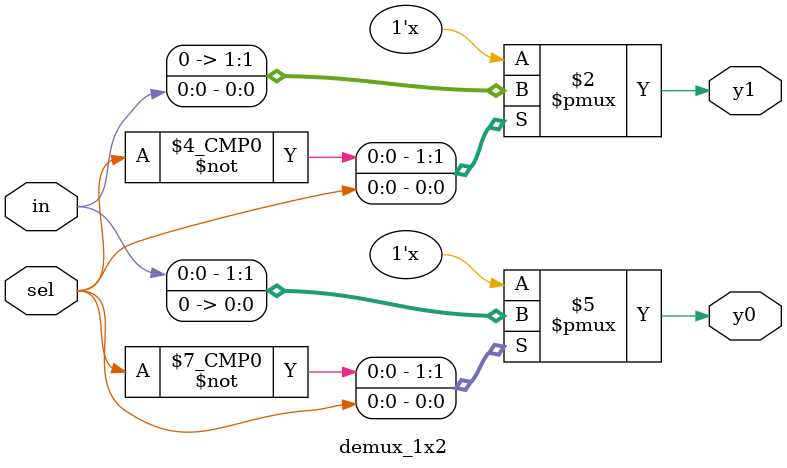
<source format=v>
`timescale 1ns / 1ps

module demux_1x2(
    input in,
    input sel,
    output reg y0,
    output reg y1
    );
    always@(*)begin
        case(sel)
            1'b0: begin 
                y0=in;
                y1=0;
            end
            1'b1: begin 
                y0=0;
                y1=in;
            end
            default: begin
                y0=0;
                y1=0;
            end
        endcase
    end                
endmodule
</source>
